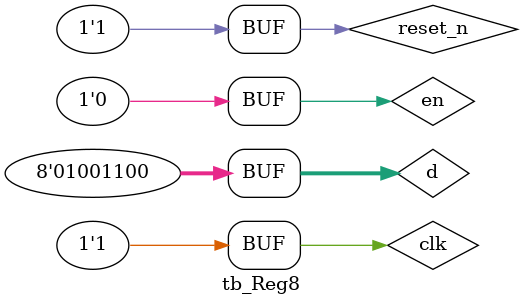
<source format=v>
`timescale 1ns/100ps//timescale ?? 

module tb_Reg8();//testtbench ?? ??

reg clk, reset_n, en;//1bit reg value clk, reset_n, en
reg[7:0] d;//8bit reg vlaue d
wire[7:0] q;//8bit wire value q

Reg8 reg8(clk, reset_n, en, d, q);//?? instantiation

initial
begin//10???? ??? ??
	clk=0;reset_n=1;en=0;d=8'b01001000;
#10	clk=1;
#10	clk=0;reset_n=0;d=8'b00001001;
#10	clk=1;
#10	clk=0;reset_n=1;en=1;d=8'b01011100;
#10	clk=1;
#10	clk=0;d=8'b00010001;
#10	clk=1;
#10	clk=0;en=0;d=8'b01101100;
#10	clk=1;
#10	clk=0;d=8'b01001100;
#10	clk=1;

end
endmodule
</source>
